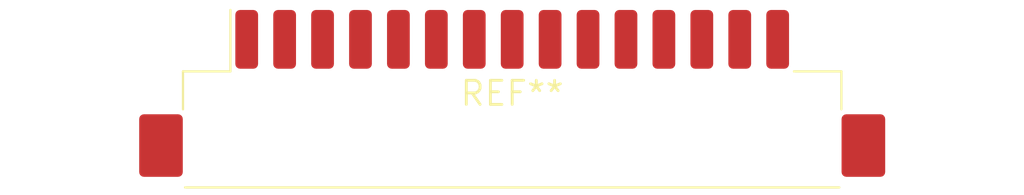
<source format=kicad_pcb>
(kicad_pcb (version 20240108) (generator pcbnew)
  (layers (0 "F.Cu" signal) (31 "B.Cu" signal) (34 "B.Paste" user) (35 "F.Paste" user) (36 "B.SilkS" user "B.Silkscreen") (37 "F.SilkS" user "F.Silkscreen") (38 "B.Mask" user) (39 "F.Mask" user) (44 "Edge.Cuts" user))
  (net 0 "")
  (footprint "Hirose_DF3EA-15P-2H_1x15-1MP_P2.00mm_Horizontal" (layer "F.Cu") (at 0 0)
    (property "Reference" "REF**")
    (property "Value" "Hirose_DF3EA-15P-2H_1x15-1MP_P2.00mm_Horizontal")
    (fp_line (start -17.36 -1.16) (end -14.86 -1.16) (layer "F.SilkS") (stroke (width 0.12)))
    (fp_line (start -17.36 0.84) (end -17.36 -1.16) (layer "F.SilkS") (stroke (width 0.12)))
    (fp_line (start -17.25 4.96) (end 17.25 4.96) (layer "F.SilkS") (stroke (width 0.12)))
    (fp_line (start -14.86 -1.16) (end -14.86 -4.4) (layer "F.SilkS") (stroke (width 0.12)))
    (fp_line (start 17.36 -1.16) (end 14.86 -1.16) (layer "F.SilkS") (stroke (width 0.12)))
    (fp_line (start 17.36 0.84) (end 17.36 -1.16) (layer "F.SilkS") (stroke (width 0.12)))
    (pad "1" smd roundrect (at -14 -2.85) (size 1.2 3.1) (layers "F.Cu" "F.Paste" "F.Mask") (roundrect_rratio 0.208333))
    (pad "2" smd roundrect (at -12 -2.85) (size 1.2 3.1) (layers "F.Cu" "F.Paste" "F.Mask") (roundrect_rratio 0.208333))
    (pad "3" smd roundrect (at -10 -2.85) (size 1.2 3.1) (layers "F.Cu" "F.Paste" "F.Mask") (roundrect_rratio 0.208333))
    (pad "4" smd roundrect (at -8 -2.85) (size 1.2 3.1) (layers "F.Cu" "F.Paste" "F.Mask") (roundrect_rratio 0.208333))
    (pad "5" smd roundrect (at -6 -2.85) (size 1.2 3.1) (layers "F.Cu" "F.Paste" "F.Mask") (roundrect_rratio 0.208333))
    (pad "6" smd roundrect (at -4 -2.85) (size 1.2 3.1) (layers "F.Cu" "F.Paste" "F.Mask") (roundrect_rratio 0.208333))
    (pad "7" smd roundrect (at -2 -2.85) (size 1.2 3.1) (layers "F.Cu" "F.Paste" "F.Mask") (roundrect_rratio 0.208333))
    (pad "8" smd roundrect (at 0 -2.85) (size 1.2 3.1) (layers "F.Cu" "F.Paste" "F.Mask") (roundrect_rratio 0.208333))
    (pad "9" smd roundrect (at 2 -2.85) (size 1.2 3.1) (layers "F.Cu" "F.Paste" "F.Mask") (roundrect_rratio 0.208333))
    (pad "10" smd roundrect (at 4 -2.85) (size 1.2 3.1) (layers "F.Cu" "F.Paste" "F.Mask") (roundrect_rratio 0.208333))
    (pad "11" smd roundrect (at 6 -2.85) (size 1.2 3.1) (layers "F.Cu" "F.Paste" "F.Mask") (roundrect_rratio 0.208333))
    (pad "12" smd roundrect (at 8 -2.85) (size 1.2 3.1) (layers "F.Cu" "F.Paste" "F.Mask") (roundrect_rratio 0.208333))
    (pad "13" smd roundrect (at 10 -2.85) (size 1.2 3.1) (layers "F.Cu" "F.Paste" "F.Mask") (roundrect_rratio 0.208333))
    (pad "14" smd roundrect (at 12 -2.85) (size 1.2 3.1) (layers "F.Cu" "F.Paste" "F.Mask") (roundrect_rratio 0.208333))
    (pad "15" smd roundrect (at 14 -2.85) (size 1.2 3.1) (layers "F.Cu" "F.Paste" "F.Mask") (roundrect_rratio 0.208333))
    (pad "MP" smd roundrect (at -18.52 2.75) (size 2.3 3.3) (layers "F.Cu" "F.Paste" "F.Mask") (roundrect_rratio 0.108696))
    (pad "MP" smd roundrect (at 18.52 2.75) (size 2.3 3.3) (layers "F.Cu" "F.Paste" "F.Mask") (roundrect_rratio 0.108696))
  )
)
</source>
